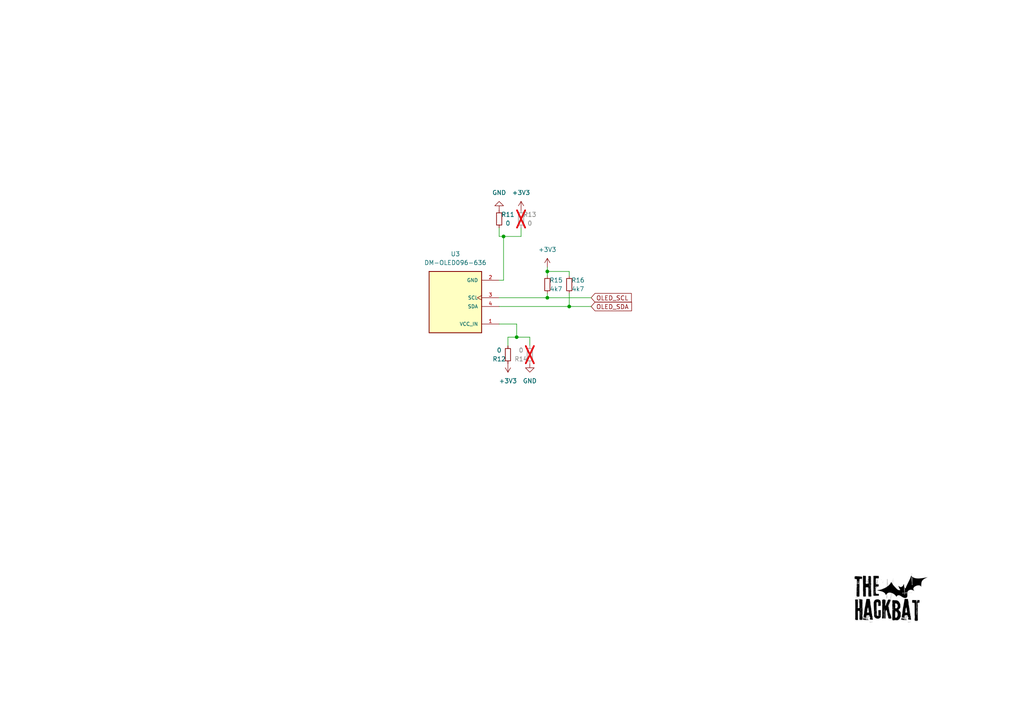
<source format=kicad_sch>
(kicad_sch (version 20231120) (generator "eeschema") (generator_version "8.0")
  (paper "A4")
  (title_block (title "Hackbat v1.0") (rev "1.0a") (company "The hackbat"))
  (lib_symbols
    (symbol "DM-OLED096-636:DM-OLED096-636" (pin_names (offset 1.016))
      (property "Reference" "U" (at -7.62 10.922 0))
      (property "Value" "DM-OLED096-636" (at -7.62 -10.16 0))
      (symbol "DM-OLED096-636_0_0"
        (rectangle (start -7.62 -7.62) (end 7.62 10.16) (stroke (width 0.254)) (fill (type background)))
        (pin power_in line (at 12.7 -5.08 180) (length 5.08) (name "VCC_IN") (number "1"))
        (pin power_in line (at 12.7 7.62 180) (length 5.08) (name "GND") (number "2"))
        (pin input clock (at 12.7 2.54 180) (length 5.08) (name "SCL") (number "3"))
        (pin bidirectional line (at 12.7 0 180) (length 5.08) (name "SDA") (number "4"))
      )
    )
    (symbol "Device:R_Small" (pin_numbers hide) (pin_names (offset 0.254) hide)
      (property "Reference" "R" (at 0.762 0.508 0))
      (property "Value" "R_Small" (at 0.762 -1.016 0))
      (symbol "R_Small_0_1"
        (rectangle (start -0.762 1.778) (end 0.762 -1.778) (stroke (width 0.2032)))
      )
      (symbol "R_Small_1_1"
        (pin passive line (at 0 2.54 270) (length 0.762) (name "~") (number "1"))
        (pin passive line (at 0 -2.54 90) (length 0.762) (name "~") (number "2"))
      )
    )
    (symbol "power:+3V3" (power) (pin_names (offset 0))
      (property "Value" "+3V3" (at 0 3.556 0))
      (symbol "+3V3_0_1"
        (polyline (pts (xy -0.762 1.27) (xy 0 2.54)))
        (polyline (pts (xy 0 0) (xy 0 2.54)))
        (polyline (pts (xy 0 2.54) (xy 0.762 1.27)))
      )
      (symbol "+3V3_1_1"
        (pin power_in line (at 0 0 90) (length 0) hide (name "+3V3") (number "1"))
      )
    )
    (symbol "power:GND" (power) (pin_names (offset 0))
      (property "Value" "GND" (at 0 -3.81 0))
      (symbol "GND_0_1"
        (polyline (pts (xy 0 0) (xy 0 -1.27) (xy 1.27 -1.27) (xy 0 -2.54) (xy -1.27 -1.27) (xy 0 -1.27)))
      )
      (symbol "GND_1_1"
        (pin power_in line (at 0 0 270) (length 0) hide (name "GND") (number "1"))
      )
    )
  )
  (junction (at 158.75 78.74))
  (junction (at 165.1 88.9))
  (junction (at 158.75 86.36))
  (junction (at 146.05 68.58))
  (junction (at 149.86 97.79))
  (wire (pts (xy 149.86 97.79) (xy 153.67 97.79)))
  (wire (pts (xy 158.75 86.36) (xy 158.75 85.09)))
  (wire (pts (xy 153.67 100.33) (xy 153.67 97.79)))
  (wire (pts (xy 144.78 66.04) (xy 144.78 68.58)))
  (wire (pts (xy 151.13 66.04) (xy 151.13 68.58)))
  (wire (pts (xy 147.32 100.33) (xy 147.32 97.79)))
  (wire (pts (xy 158.75 78.74) (xy 158.75 80.01)))
  (wire (pts (xy 147.32 97.79) (xy 149.86 97.79)))
  (wire (pts (xy 146.05 68.58) (xy 146.05 81.28)))
  (wire (pts (xy 144.78 93.98) (xy 149.86 93.98)))
  (wire (pts (xy 165.1 88.9) (xy 171.45 88.9)))
  (wire (pts (xy 158.75 77.47) (xy 158.75 78.74)))
  (wire (pts (xy 165.1 80.01) (xy 165.1 78.74)))
  (wire (pts (xy 144.78 86.36) (xy 158.75 86.36)))
  (wire (pts (xy 144.78 81.28) (xy 146.05 81.28)))
  (wire (pts (xy 144.78 68.58) (xy 146.05 68.58)))
  (wire (pts (xy 158.75 86.36) (xy 171.45 86.36)))
  (wire (pts (xy 144.78 88.9) (xy 165.1 88.9)))
  (wire (pts (xy 149.86 93.98) (xy 149.86 97.79)))
  (wire (pts (xy 158.75 78.74) (xy 165.1 78.74)))
  (wire (pts (xy 146.05 68.58) (xy 151.13 68.58)))
  (wire (pts (xy 165.1 88.9) (xy 165.1 85.09)))
  (image (at 257.81 175.26) (scale 0.260229))
  (global_label "OLED_SDA" (shape input) (at 171.45 88.9 0) (property "Intersheetrefs" "${INTERSHEET_REFS}" (effects (hide yes))))
  (global_label "OLED_SCL" (shape input) (at 171.45 86.36 0) (property "Intersheetrefs" "${INTERSHEET_REFS}" (effects (hide yes))))
  (symbol (lib_id "Device:R_Small") (at 147.32 102.87 0) (unit 1)
    (property "Reference" "R12" (at 144.78 104.14 0))
    (property "Value" "0" (at 144.78 101.6 0))
    (property "Footprint" "Resistor_SMD:R_0603_1608Metric" (effects (hide yes)))
  )
  (symbol (lib_id "Device:R_Small") (at 153.67 102.87 0) (unit 1) (dnp yes)
    (property "Reference" "R14" (at 151.13 104.14 0))
    (property "Value" "0" (at 151.13 101.6 0))
    (property "Footprint" "Resistor_SMD:R_0603_1608Metric" (effects (hide yes)))
  )
  (symbol (lib_id "Device:R_Small") (at 151.13 63.5 180) (unit 1) (dnp yes)
    (property "Reference" "R13" (at 153.67 62.23 0))
    (property "Value" "0" (at 153.67 64.77 0))
    (property "Footprint" "Resistor_SMD:R_0603_1608Metric" (effects (hide yes)))
  )
  (symbol (lib_id "power:GND") (at 144.78 60.96 180) (unit 1)
    (property "Reference" "#PWR030" (effects (hide yes)))
    (property "Value" "GND" (at 144.78 55.88 0))
  )
  (symbol (lib_id "Device:R_Small") (at 144.78 63.5 180) (unit 1)
    (property "Reference" "R11" (at 147.32 62.23 0))
    (property "Value" "0" (at 147.32 64.77 0))
    (property "Footprint" "Resistor_SMD:R_0603_1608Metric" (effects (hide yes)))
  )
  (symbol (lib_id "Device:R_Small") (at 165.1 82.55 180) (unit 1)
    (property "Reference" "R16" (at 167.64 81.28 0))
    (property "Value" "4k7" (at 167.64 83.82 0))
    (property "Footprint" "Resistor_SMD:R_0603_1608Metric" (effects (hide yes)))
  )
  (symbol (lib_id "Device:R_Small") (at 158.75 82.55 180) (unit 1)
    (property "Reference" "R15" (at 161.29 81.28 0))
    (property "Value" "4k7" (at 161.29 83.82 0))
    (property "Footprint" "Resistor_SMD:R_0603_1608Metric" (effects (hide yes)))
  )
  (symbol (lib_id "power:+3V3") (at 151.13 60.96 0) (unit 1)
    (property "Reference" "#PWR032" (effects (hide yes)))
    (property "Value" "+3V3" (at 151.13 55.88 0))
  )
  (symbol (lib_id "DM-OLED096-636:DM-OLED096-636") (at 132.08 88.9 0) (unit 1)
    (property "Reference" "U3" (at 132.08 73.66 0))
    (property "Value" "DM-OLED096-636" (at 132.08 76.2 0))
    (property "Footprint" "oled:oled_1.3" (effects (hide yes)))
    (property "Description" "0.96” 128 X 64 MONOCHROME GRAPHIC OLED DISPLAY MODULE - I2C" (effects (hide yes)))
    (property "MF" "Display Module" (effects (hide yes)))
    (property "MAXIMUM_PACKAGE_HEIGHT" "11.3 mm" (effects (hide yes)))
    (property "Package" "Package" (effects (hide yes)))
    (property "Price" "None" (effects (hide yes)))
    (property "Check_prices" "https://www.snapeda.com/parts/DM-OLED096-636/Display+Module/view-part/?ref=eda" (effects (hide yes)))
    (property "STANDARD" "Manufacturer Recommendations" (effects (hide yes)))
    (property "PARTREV" "2018-09-10" (effects (hide yes)))
    (property "SnapEDA_Link" "https://www.snapeda.com/parts/DM-OLED096-636/Display+Module/view-part/?ref=snap" (effects (hide yes)))
    (property "MP" "DM-OLED096-636" (effects (hide yes)))
    (property "Availability" "Not in stock" (effects (hide yes)))
    (property "MANUFACTURER" "Displaymodule" (effects (hide yes)))
  )
  (symbol (lib_id "power:+3V3") (at 158.75 77.47 0) (unit 1)
    (property "Reference" "#PWR034" (effects (hide yes)))
    (property "Value" "+3V3" (at 158.75 72.39 0))
  )
  (symbol (lib_id "power:+3V3") (at 147.32 105.41 180) (unit 1)
    (property "Reference" "#PWR031" (effects (hide yes)))
    (property "Value" "+3V3" (at 147.32 110.49 0))
  )
  (symbol (lib_id "power:GND") (at 153.67 105.41 0) (unit 1)
    (property "Reference" "#PWR033" (effects (hide yes)))
    (property "Value" "GND" (at 153.67 110.49 0))
  )
)
</source>
